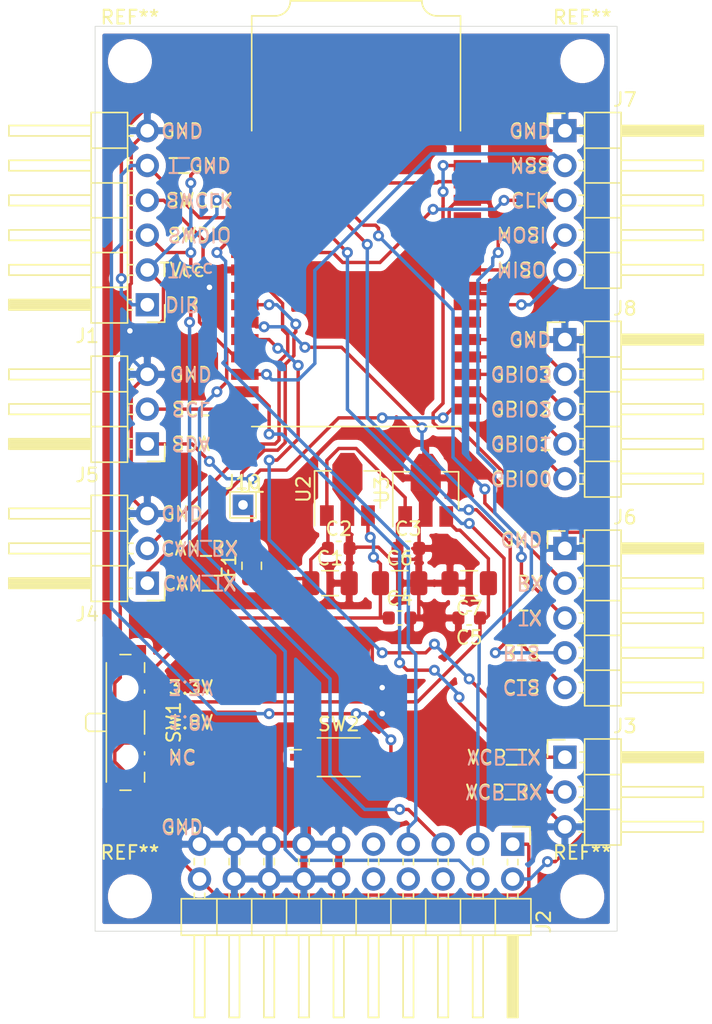
<source format=kicad_pcb>
(kicad_pcb (version 20171130) (host pcbnew 5.1.5)
  (layers (0 F.Cu signal) (31 B.Cu signal) (34 B.Paste user) (35 F.Paste user) (36 B.SilkS user) (37 F.SilkS user) (38 B.Mask user) (39 F.Mask user) (44 Edge.Cuts user))
  (net 0 "")
  (net 1 GND)
  (net 2 "Net-(C1-Pad1)")
  (net 3 +3V3)
  (net 4 +1V8)
  (net 5 "Net-(F1-Pad2)")
  (net 6 /T_GND)
  (net 7 /SWCLK)
  (net 8 /SWDIO)
  (net 9 /T_Vcc)
  (net 10 "Net-(J2-Pad10)")
  (net 11 "Net-(J2-Pad9)")
  (net 12 "Net-(J2-Pad8)")
  (net 13 /T_JTDO)
  (net 14 "Net-(J2-Pad6)")
  (net 15 /T_JTDI)
  (net 16 /T_NRST)
  (net 17 "Net-(SW1-Pad4)")
  (net 18 "Net-(U1-Pad22)")
  (net 19 /T_SW_DIR)
  (net 20 /T_VCP_TX)
  (net 21 /CAN_RX)
  (net 22 /CAN_TX)
  (net 23 /SCL)
  (net 24 /SDA)
  (net 25 /UART_CTS)
  (net 26 /UART_RTS)
  (net 27 /UART_TX)
  (net 28 /UART_RX)
  (net 29 /SPI_MISO)
  (net 30 /SPI_MOSI)
  (net 31 /SPI_CLK)
  (net 32 /SPI_NSS)
  (net 33 /GPIO0)
  (net 34 /GPIO1)
  (net 35 /GPIO2)
  (net 36 /GPIO3)
  (net 37 "Net-(SW2-Pad1)")
  (net 38 /T_VCP_RX)
  (module Capacitor_SMD:C_1206_3216Metric (layer F.Cu) (at 142.875 139.7)
    (fp_text reference C1 (at 0 -1.82) (layer F.SilkS))
    (fp_text value 1uF)
    (pad 2 smd roundrect (at 1.4 0) (size 1.25 1.75) (layers F.Cu F.Paste F.Mask) (roundrect_rratio 0.2) (net 1 GND))
    (pad 1 smd roundrect (at -1.4 0) (size 1.25 1.75) (layers F.Cu F.Paste F.Mask) (roundrect_rratio 0.2) (net 2 "Net-(C1-Pad1)"))
  )
  (module Capacitor_SMD:C_1206_3216Metric (layer F.Cu) (at 153.035 139.7 180)
    (fp_text reference C7 (at 0 -1.82) (layer F.SilkS))
    (fp_text value 1uF)
    (pad 2 smd roundrect (at 1.4 0 180) (size 1.25 1.75) (layers F.Cu F.Paste F.Mask) (roundrect_rratio 0.2) (net 1 GND))
    (pad 1 smd roundrect (at -1.4 0 180) (size 1.25 1.75) (layers F.Cu F.Paste F.Mask) (roundrect_rratio 0.2) (net 4 +1V8))
  )
  (module Capacitor_SMD:C_1206_3216Metric (layer F.Cu) (at 147.955 139.7)
    (fp_text reference C6 (at 0 -1.82) (layer F.SilkS))
    (fp_text value 1uF)
    (pad 2 smd roundrect (at 1.4 0) (size 1.25 1.75) (layers F.Cu F.Paste F.Mask) (roundrect_rratio 0.2) (net 1 GND))
    (pad 1 smd roundrect (at -1.4 0) (size 1.25 1.75) (layers F.Cu F.Paste F.Mask) (roundrect_rratio 0.2) (net 3 +3V3))
  )
  (module Capacitor_SMD:C_0603_1608Metric (layer F.Cu) (at 147.955 142.24)
    (fp_text reference C4 (at 0 -1.43) (layer F.SilkS))
    (fp_text value 0.1uF)
    (pad 2 smd roundrect (at 0.7875 0) (size 0.875 0.95) (layers F.Cu F.Paste F.Mask) (net 1 GND))
    (pad 1 smd roundrect (at -0.7875 0) (size 0.875 0.95) (layers F.Cu F.Paste F.Mask) (net 3 +3V3))
  )
  (module Capacitor_SMD:C_0603_1608Metric (layer F.Cu) (at 153.035 142.24 180)
    (fp_text reference C5 (at 0 -1.43) (layer F.SilkS))
    (fp_text value 0.1uF)
    (pad 2 smd roundrect (at 0.7875 0 180) (size 0.875 0.95) (layers F.Cu F.Paste F.Mask) (net 1 GND))
    (pad 1 smd roundrect (at -0.7875 0 180) (size 0.875 0.95) (layers F.Cu F.Paste F.Mask) (net 4 +1V8))
  )
  (module Capacitor_SMD:C_0603_1608Metric (layer F.Cu) (at 148.59 137.16)
    (fp_text reference C3 (at 0 -1.43) (layer F.SilkS))
    (fp_text value 0.1uF)
    (pad 2 smd roundrect (at 0.7875 0) (size 0.875 0.95) (layers F.Cu F.Paste F.Mask) (net 1 GND))
    (pad 1 smd roundrect (at -0.7875 0) (size 0.875 0.95) (layers F.Cu F.Paste F.Mask) (net 2 "Net-(C1-Pad1)"))
  )
  (module Capacitor_SMD:C_0603_1608Metric (layer F.Cu) (at 143.51 137.16)
    (fp_text reference C2 (at 0 -1.43) (layer F.SilkS))
    (fp_text value 0.1uF)
    (pad 2 smd roundrect (at 0.7875 0) (size 0.875 0.95) (layers F.Cu F.Paste F.Mask) (net 1 GND))
    (pad 1 smd roundrect (at -0.7875 0) (size 0.875 0.95) (layers F.Cu F.Paste F.Mask) (net 2 "Net-(C1-Pad1)"))
  )
  (module Button_Switch_SMD:SW_DIP_SPSTx01_Slide_Copal_CVS-01xB_W5.9mm_P1mm (layer F.Cu) (at 143.51 152.4)
    (fp_text reference SW2 (at 0 -2.41) (layer F.SilkS))
    (fp_text value SW_SPDT)
    (pad 3 smd rect (at 2.15 1) (size 0.7 0.7) (layers F.Cu F.Paste F.Mask) (net 1 GND))
    (pad 3 smd rect (at -2.15 1) (size 0.7 0.7) (layers F.Cu F.Paste F.Mask) (net 1 GND))
    (pad 3 smd rect (at 2.15 -1) (size 0.7 0.7) (layers F.Cu F.Paste F.Mask) (net 1 GND))
    (pad 3 smd rect (at -2.15 -1) (size 0.7 0.7) (layers F.Cu F.Paste F.Mask) (net 1 GND))
    (pad 2 smd rect (at 2.95 0) (size 1.2 0.5) (layers F.Cu F.Paste F.Mask) (net 6 /T_GND))
    (pad 1 smd rect (at -2.95 0) (size 1.2 0.5) (layers F.Cu F.Paste F.Mask) (net 37 "Net-(SW2-Pad1)"))
  )
  (module Connector_PinHeader_2.54mm:PinHeader_1x03_P2.54mm_Horizontal (layer F.Cu) (at 129.54 129.54 180)
    (fp_text reference J5 (at 4.385 -2.27) (layer F.SilkS))
    (fp_text value Bridge_I2C)
    (pad 3 thru_hole oval (at 0 5.08 180) (size 1.7 1.7) (drill 1) (layers *.Cu *.Mask) (net 1 GND))
    (pad 2 thru_hole oval (at 0 2.54 180) (size 1.7 1.7) (drill 1) (layers *.Cu *.Mask) (net 23 /SCL))
    (pad 1 thru_hole rect (at 0 0 180) (size 1.7 1.7) (drill 1) (layers *.Cu *.Mask) (net 24 /SDA))
  )
  (module Connector_PinHeader_2.54mm:PinHeader_1x06_P2.54mm_Horizontal (layer F.Cu) (at 129.54 119.38 180)
    (fp_text reference J1 (at 4.385 -2.27) (layer F.SilkS))
    (fp_text value SW)
    (pad 6 thru_hole oval (at 0 12.7 180) (size 1.7 1.7) (drill 1) (layers *.Cu *.Mask) (net 1 GND))
    (pad 5 thru_hole oval (at 0 10.16 180) (size 1.7 1.7) (drill 1) (layers *.Cu *.Mask) (net 6 /T_GND))
    (pad 4 thru_hole oval (at 0 7.62 180) (size 1.7 1.7) (drill 1) (layers *.Cu *.Mask) (net 7 /SWCLK))
    (pad 3 thru_hole oval (at 0 5.08 180) (size 1.7 1.7) (drill 1) (layers *.Cu *.Mask) (net 8 /SWDIO))
    (pad 2 thru_hole oval (at 0 2.54 180) (size 1.7 1.7) (drill 1) (layers *.Cu *.Mask) (net 9 /T_Vcc))
    (pad 1 thru_hole rect (at 0 0 180) (size 1.7 1.7) (drill 1) (layers *.Cu *.Mask) (net 19 /T_SW_DIR))
  )
  (module Connector_PinHeader_2.54mm:PinHeader_1x05_P2.54mm_Horizontal (layer F.Cu) (at 160.02 121.92)
    (fp_text reference J8 (at 4.385 -2.27) (layer F.SilkS))
    (fp_text value GPIO)
    (pad 5 thru_hole oval (at 0 10.16) (size 1.7 1.7) (drill 1) (layers *.Cu *.Mask) (net 33 /GPIO0))
    (pad 4 thru_hole oval (at 0 7.62) (size 1.7 1.7) (drill 1) (layers *.Cu *.Mask) (net 34 /GPIO1))
    (pad 3 thru_hole oval (at 0 5.08) (size 1.7 1.7) (drill 1) (layers *.Cu *.Mask) (net 35 /GPIO2))
    (pad 2 thru_hole oval (at 0 2.54) (size 1.7 1.7) (drill 1) (layers *.Cu *.Mask) (net 36 /GPIO3))
    (pad 1 thru_hole rect (at 0 0) (size 1.7 1.7) (drill 1) (layers *.Cu *.Mask) (net 1 GND))
  )
  (module Connector_PinHeader_2.54mm:PinHeader_1x05_P2.54mm_Horizontal (layer F.Cu) (at 160.02 106.68)
    (fp_text reference J7 (at 4.385 -2.27) (layer F.SilkS))
    (fp_text value SPI)
    (pad 5 thru_hole oval (at 0 10.16) (size 1.7 1.7) (drill 1) (layers *.Cu *.Mask) (net 29 /SPI_MISO))
    (pad 4 thru_hole oval (at 0 7.62) (size 1.7 1.7) (drill 1) (layers *.Cu *.Mask) (net 30 /SPI_MOSI))
    (pad 3 thru_hole oval (at 0 5.08) (size 1.7 1.7) (drill 1) (layers *.Cu *.Mask) (net 31 /SPI_CLK))
    (pad 2 thru_hole oval (at 0 2.54) (size 1.7 1.7) (drill 1) (layers *.Cu *.Mask) (net 32 /SPI_NSS))
    (pad 1 thru_hole rect (at 0 0) (size 1.7 1.7) (drill 1) (layers *.Cu *.Mask) (net 1 GND))
  )
  (module Connector_PinHeader_2.54mm:PinHeader_1x05_P2.54mm_Horizontal (layer F.Cu) (at 160.02 137.16)
    (fp_text reference J6 (at 4.385 -2.27) (layer F.SilkS))
    (fp_text value Bridge_UART)
    (pad 5 thru_hole oval (at 0 10.16) (size 1.7 1.7) (drill 1) (layers *.Cu *.Mask) (net 25 /UART_CTS))
    (pad 4 thru_hole oval (at 0 7.62) (size 1.7 1.7) (drill 1) (layers *.Cu *.Mask) (net 26 /UART_RTS))
    (pad 3 thru_hole oval (at 0 5.08) (size 1.7 1.7) (drill 1) (layers *.Cu *.Mask) (net 27 /UART_TX))
    (pad 2 thru_hole oval (at 0 2.54) (size 1.7 1.7) (drill 1) (layers *.Cu *.Mask) (net 28 /UART_RX))
    (pad 1 thru_hole rect (at 0 0) (size 1.7 1.7) (drill 1) (layers *.Cu *.Mask) (net 1 GND))
  )
  (module Connector_PinHeader_2.54mm:PinHeader_1x03_P2.54mm_Horizontal (layer F.Cu) (at 129.54 139.7 180)
    (fp_text reference J4 (at 4.385 -2.27) (layer F.SilkS))
    (fp_text value Bridge_CAN)
    (pad 3 thru_hole oval (at 0 5.08 180) (size 1.7 1.7) (drill 1) (layers *.Cu *.Mask) (net 1 GND))
    (pad 2 thru_hole oval (at 0 2.54 180) (size 1.7 1.7) (drill 1) (layers *.Cu *.Mask) (net 21 /CAN_RX))
    (pad 1 thru_hole rect (at 0 0 180) (size 1.7 1.7) (drill 1) (layers *.Cu *.Mask) (net 22 /CAN_TX))
  )
  (module Connector_PinHeader_2.54mm:PinHeader_1x03_P2.54mm_Horizontal (layer F.Cu) (at 160.02 152.4)
    (fp_text reference J3 (at 4.385 -2.27) (layer F.SilkS))
    (fp_text value VCP)
    (pad 3 thru_hole oval (at 0 5.08) (size 1.7 1.7) (drill 1) (layers *.Cu *.Mask) (net 1 GND))
    (pad 2 thru_hole oval (at 0 2.54) (size 1.7 1.7) (drill 1) (layers *.Cu *.Mask) (net 38 /T_VCP_RX))
    (pad 1 thru_hole rect (at 0 0) (size 1.7 1.7) (drill 1) (layers *.Cu *.Mask) (net 20 /T_VCP_TX))
  )
  (module MountingHole:MountingHole_2.2mm_M2 (layer F.Cu) (at 161.29 162.56)
    (fp_text reference REF** (at 0 -3.2) (layer F.SilkS))
    (fp_text value MountingHole_2.2mm_M2)
    (pad 1 np_thru_hole circle (at 0 0) (size 2.2 2.2) (drill 2.2) (layers *.Cu *.Mask))
  )
  (module MountingHole:MountingHole_2.2mm_M2 (layer F.Cu) (at 128.27 101.6)
    (fp_text reference REF** (at 0 -3.2) (layer F.SilkS))
    (fp_text value MountingHole_2.2mm_M2)
    (pad 1 np_thru_hole circle (at 0 0) (size 2.2 2.2) (drill 2.2) (layers *.Cu *.Mask))
  )
  (module MountingHole:MountingHole_2.2mm_M2 (layer F.Cu) (at 128.27 162.56)
    (fp_text reference REF** (at 0 -3.2) (layer F.SilkS))
    (fp_text value MountingHole_2.2mm_M2)
    (pad 1 np_thru_hole circle (at 0 0) (size 2.2 2.2) (drill 2.2) (layers *.Cu *.Mask))
  )
  (module MountingHole:MountingHole_2.2mm_M2 (layer F.Cu) (at 161.29 101.6)
    (fp_text reference REF** (at 0 -3.2) (layer F.SilkS))
    (fp_text value MountingHole_2.2mm_M2)
    (pad 1 np_thru_hole circle (at 0 0) (size 2.2 2.2) (drill 2.2) (layers *.Cu *.Mask))
  )
  (module Package_TO_SOT_SMD:SOT-89-3 (layer F.Cu) (at 149.86 133.35 90)
    (fp_text reference U3 (at 0.45 -3.2 90) (layer F.SilkS))
    (fp_text value Regul1.8V)
    (pad 2 smd trapezoid (at -0.0762 0 180) (size 1.5 1) (rect_delta 0 0.7) (layers F.Cu F.Paste F.Mask) (net 1 GND))
    (pad 2 smd rect (at 1.3335 0) (size 2.2 1.84) (layers F.Cu F.Paste F.Mask) (net 1 GND))
    (pad 3 smd rect (at -1.48 1.5) (size 1 1.5) (layers F.Cu F.Paste F.Mask) (net 4 +1V8))
    (pad 2 smd rect (at -1.3335 0) (size 1 1.8) (layers F.Cu F.Paste F.Mask) (net 1 GND))
    (pad 1 smd rect (at -1.48 -1.5) (size 1 1.5) (layers F.Cu F.Paste F.Mask) (net 2 "Net-(C1-Pad1)"))
    (pad 2 smd trapezoid (at 2.667 0) (size 1.6 0.85) (rect_delta 0 0.6) (layers F.Cu F.Paste F.Mask) (net 1 GND))
  )
  (module Package_TO_SOT_SMD:SOT-89-3 (layer F.Cu) (at 144.145 133.2865 90)
    (fp_text reference U2 (at 0.45 -3.2 90) (layer F.SilkS))
    (fp_text value Regul3.3V)
    (pad 2 smd trapezoid (at -0.0762 0 180) (size 1.5 1) (rect_delta 0 0.7) (layers F.Cu F.Paste F.Mask) (net 1 GND))
    (pad 2 smd rect (at 1.3335 0) (size 2.2 1.84) (layers F.Cu F.Paste F.Mask) (net 1 GND))
    (pad 3 smd rect (at -1.48 1.5) (size 1 1.5) (layers F.Cu F.Paste F.Mask) (net 3 +3V3))
    (pad 2 smd rect (at -1.3335 0) (size 1 1.8) (layers F.Cu F.Paste F.Mask) (net 1 GND))
    (pad 1 smd rect (at -1.48 -1.5) (size 1 1.5) (layers F.Cu F.Paste F.Mask) (net 2 "Net-(C1-Pad1)"))
    (pad 2 smd trapezoid (at 2.667 0) (size 1.6 0.85) (rect_delta 0 0.6) (layers F.Cu F.Paste F.Mask) (net 1 GND))
  )
  (module STLink-V3-hack:STLINK-V3MINI (layer F.Cu) (at 137.16 128.27)
    (fp_text reference U1 (at 0 4.31) (layer F.SilkS))
    (fp_text value STLINK-V3MINI)
    (pad 30 smd rect (at 15.24 -17.78) (size 2 0.8) (drill (offset 0.5 0)) (layers F.Cu F.Paste F.Mask) (net 9 /T_Vcc))
    (pad 29 smd rect (at 15.24 -16.51) (size 2 0.8) (drill (offset 0.5 0)) (layers F.Cu F.Paste F.Mask) (net 1 GND))
    (pad 28 smd rect (at 15.24 -15.24) (size 2 0.8) (drill (offset 0.5 0)) (layers F.Cu F.Paste F.Mask) (net 15 /T_JTDI))
    (pad 27 smd rect (at 15.24 -13.97) (size 2 0.8) (drill (offset 0.5 0)) (layers F.Cu F.Paste F.Mask) (net 1 GND))
    (pad 26 smd rect (at 15.24 -12.7) (size 2 0.8) (drill (offset 0.5 0)) (layers F.Cu F.Paste F.Mask) (net 1 GND))
    (pad 25 smd rect (at 15.24 -11.43) (size 2 0.8) (drill (offset 0.5 0)) (layers F.Cu F.Paste F.Mask) (net 30 /SPI_MOSI))
    (pad 24 smd rect (at 15.24 -10.16) (size 2 0.8) (drill (offset 0.5 0)) (layers F.Cu F.Paste F.Mask) (net 1 GND))
    (pad 23 smd rect (at 15.24 -8.89) (size 2 0.8) (drill (offset 0.5 0)) (layers F.Cu F.Paste F.Mask) (net 29 /SPI_MISO))
    (pad 22 smd rect (at 15.24 -7.62) (size 2 0.8) (drill (offset 0.5 0)) (layers F.Cu F.Paste F.Mask) (net 18 "Net-(U1-Pad22)"))
    (pad 21 smd rect (at 15.24 -6.35) (size 2 0.8) (drill (offset 0.5 0)) (layers F.Cu F.Paste F.Mask) (net 36 /GPIO3))
    (pad 20 smd rect (at 15.24 -5.08) (size 2 0.8) (drill (offset 0.5 0)) (layers F.Cu F.Paste F.Mask) (net 35 /GPIO2))
    (pad 19 smd rect (at 15.24 -3.81) (size 2 0.8) (drill (offset 0.5 0)) (layers F.Cu F.Paste F.Mask) (net 34 /GPIO1))
    (pad 18 smd rect (at 15.24 -2.54) (size 2 0.8) (drill (offset 0.5 0)) (layers F.Cu F.Paste F.Mask) (net 33 /GPIO0))
    (pad 17 smd rect (at 15.24 -1.27) (size 2 0.8) (drill (offset 0.5 0)) (layers F.Cu F.Paste F.Mask) (net 24 /SDA))
    (pad 31 smd rect (at 15.24 -19.05) (size 2 0.8) (drill (offset 0.5 0)) (layers F.Cu F.Paste F.Mask) (net 16 /T_NRST))
    (pad 16 smd rect (at 0 -1.27) (size 2 0.8) (drill (offset -0.5 0)) (layers F.Cu F.Paste F.Mask) (net 23 /SCL))
    (pad 15 smd rect (at 0 -2.54) (size 2 0.8) (drill (offset -0.5 0)) (layers F.Cu F.Paste F.Mask) (net 38 /T_VCP_RX))
    (pad 14 smd rect (at 0 -3.81) (size 2 0.8) (drill (offset -0.5 0)) (layers F.Cu F.Paste F.Mask) (net 32 /SPI_NSS))
    (pad 13 smd rect (at 0 -5.08) (size 2 0.8) (drill (offset -0.5 0)) (layers F.Cu F.Paste F.Mask) (net 7 /SWCLK))
    (pad 12 smd rect (at 0 -6.35) (size 2 0.8) (drill (offset -0.5 0)) (layers F.Cu F.Paste F.Mask) (net 20 /T_VCP_TX))
    (pad 11 smd rect (at 0 -7.62) (size 2 0.8) (drill (offset -0.5 0)) (layers F.Cu F.Paste F.Mask) (net 27 /UART_TX))
    (pad 10 smd rect (at 0 -8.89) (size 2 0.8) (drill (offset -0.5 0)) (layers F.Cu F.Paste F.Mask) (net 22 /CAN_TX))
    (pad 9 smd rect (at 0 -10.16) (size 2 0.8) (drill (offset -0.5 0)) (layers F.Cu F.Paste F.Mask) (net 21 /CAN_RX))
    (pad 8 smd rect (at 0 -11.43) (size 2 0.8) (drill (offset -0.5 0)) (layers F.Cu F.Paste F.Mask) (net 1 GND))
    (pad 7 smd rect (at 0 -12.7) (size 2 0.8) (drill (offset -0.5 0)) (layers F.Cu F.Paste F.Mask) (net 31 /SPI_CLK))
    (pad 6 smd rect (at 0 -13.97) (size 2 0.8) (drill (offset -0.5 0)) (layers F.Cu F.Paste F.Mask) (net 13 /T_JTDO))
    (pad 5 smd rect (at 0 -15.24) (size 2 0.8) (drill (offset -0.5 0)) (layers F.Cu F.Paste F.Mask) (net 6 /T_GND))
    (pad 4 smd rect (at 0 -16.51) (size 2 0.8) (drill (offset -0.5 0)) (layers F.Cu F.Paste F.Mask) (net 8 /SWDIO))
    (pad 3 smd rect (at 0 -17.78) (size 2 0.8) (drill (offset -0.5 0)) (layers F.Cu F.Paste F.Mask) (net 26 /UART_RTS))
    (pad 2 smd rect (at 0 -19.05) (size 2 0.8) (drill (offset -0.5 0)) (layers F.Cu F.Paste F.Mask) (net 25 /UART_CTS))
    (pad 32 smd rect (at 15.24 -20.32) (size 2 0.8) (drill (offset 0.5 0)) (layers F.Cu F.Paste F.Mask) (net 19 /T_SW_DIR))
    (pad 1 smd rect (at 0 -20.32) (size 2 0.8) (drill (offset -0.5 0)) (layers F.Cu F.Paste F.Mask) (net 28 /UART_RX))
  )
  (module Button_Switch_SMD:SW_SP3T_PCM13 (layer F.Cu) (at 128.27 149.86 270)
    (fp_text reference SW1 (at 0 -3.2 90) (layer F.SilkS))
    (fp_text value POWER_SELECT)
    (pad "" smd rect (at -5.15 -0.78 270) (size 1 0.8) (layers F.Cu F.Paste F.Mask))
    (pad "" smd rect (at 5.15 -0.78 270) (size 1 0.8) (layers F.Cu F.Paste F.Mask))
    (pad "" smd rect (at 5.15 1.43 270) (size 1 0.8) (layers F.Cu F.Paste F.Mask))
    (pad "" smd rect (at -5.15 1.43 270) (size 1 0.8) (layers F.Cu F.Paste F.Mask))
    (pad 4 smd rect (at 3 -1.43 270) (size 0.7 1.5) (layers F.Cu F.Paste F.Mask) (net 17 "Net-(SW1-Pad4)"))
    (pad 3 smd rect (at 1.5 -1.43 270) (size 0.7 1.5) (layers F.Cu F.Paste F.Mask) (net 9 /T_Vcc))
    (pad 2 smd rect (at -1.5 -1.43 270) (size 0.7 1.5) (layers F.Cu F.Paste F.Mask) (net 4 +1V8))
    (pad 1 smd rect (at -3 -1.43 270) (size 0.7 1.5) (layers F.Cu F.Paste F.Mask) (net 3 +3V3))
    (pad "" np_thru_hole circle (at 2.5 0.33 270) (size 0.9 0.9) (drill 0.9) (layers *.Cu *.Mask))
    (pad "" np_thru_hole circle (at -2.5 0.33 270) (size 0.9 0.9) (drill 0.9) (layers *.Cu *.Mask))
  )
  (module TestPoint:TestPoint_THTPad_1.5x1.5mm_Drill0.7mm (layer F.Cu) (at 136.525 133.985)
    (fp_text reference J10 (at 0 -1.648) (layer F.SilkS))
    (fp_text value VUSB_Jumpered)
    (pad 1 thru_hole rect (at 0 0) (size 1.5 1.5) (drill 0.7) (layers *.Cu *.Mask) (net 5 "Net-(F1-Pad2)"))
  )
  (module Connector_PinHeader_2.54mm:PinHeader_2x10_P2.54mm_Horizontal (layer F.Cu) (at 156.21 158.75 270)
    (fp_text reference J2 (at 5.655 -2.27 90) (layer F.SilkS))
    (fp_text value JTAG)
    (pad 20 thru_hole oval (at 2.54 22.86 270) (size 1.7 1.7) (drill 1) (layers *.Cu *.Mask) (net 9 /T_Vcc))
    (pad 19 thru_hole oval (at 0 22.86 270) (size 1.7 1.7) (drill 1) (layers *.Cu *.Mask) (net 1 GND))
    (pad 18 thru_hole oval (at 2.54 20.32 270) (size 1.7 1.7) (drill 1) (layers *.Cu *.Mask) (net 1 GND))
    (pad 17 thru_hole oval (at 0 20.32 270) (size 1.7 1.7) (drill 1) (layers *.Cu *.Mask) (net 1 GND))
    (pad 16 thru_hole oval (at 2.54 17.78 270) (size 1.7 1.7) (drill 1) (layers *.Cu *.Mask) (net 1 GND))
    (pad 15 thru_hole oval (at 0 17.78 270) (size 1.7 1.7) (drill 1) (layers *.Cu *.Mask) (net 1 GND))
    (pad 14 thru_hole oval (at 2.54 15.24 270) (size 1.7 1.7) (drill 1) (layers *.Cu *.Mask) (net 1 GND))
    (pad 13 thru_hole oval (at 0 15.24 270) (size 1.7 1.7) (drill 1) (layers *.Cu *.Mask) (net 1 GND))
    (pad 12 thru_hole oval (at 2.54 12.7 270) (size 1.7 1.7) (drill 1) (layers *.Cu *.Mask) (net 1 GND))
    (pad 11 thru_hole oval (at 0 12.7 270) (size 1.7 1.7) (drill 1) (layers *.Cu *.Mask) (net 1 GND))
    (pad 10 thru_hole oval (at 2.54 10.16 270) (size 1.7 1.7) (drill 1) (layers *.Cu *.Mask) (net 10 "Net-(J2-Pad10)"))
    (pad 9 thru_hole oval (at 0 10.16 270) (size 1.7 1.7) (drill 1) (layers *.Cu *.Mask) (net 11 "Net-(J2-Pad9)"))
    (pad 8 thru_hole oval (at 2.54 7.62 270) (size 1.7 1.7) (drill 1) (layers *.Cu *.Mask) (net 12 "Net-(J2-Pad8)"))
    (pad 7 thru_hole oval (at 0 7.62 270) (size 1.7 1.7) (drill 1) (layers *.Cu *.Mask) (net 13 /T_JTDO))
    (pad 6 thru_hole oval (at 2.54 5.08 270) (size 1.7 1.7) (drill 1) (layers *.Cu *.Mask) (net 14 "Net-(J2-Pad6)"))
    (pad 5 thru_hole oval (at 0 5.08 270) (size 1.7 1.7) (drill 1) (layers *.Cu *.Mask) (net 7 /SWCLK))
    (pad 4 thru_hole oval (at 2.54 2.54 270) (size 1.7 1.7) (drill 1) (layers *.Cu *.Mask) (net 8 /SWDIO))
    (pad 3 thru_hole oval (at 0 2.54 270) (size 1.7 1.7) (drill 1) (layers *.Cu *.Mask) (net 15 /T_JTDI))
    (pad 2 thru_hole oval (at 2.54 0 270) (size 1.7 1.7) (drill 1) (layers *.Cu *.Mask) (net 16 /T_NRST))
    (pad 1 thru_hole rect (at 0 0 270) (size 1.7 1.7) (drill 1) (layers *.Cu *.Mask) (net 9 /T_Vcc))
  )
  (module Fuse:Fuse_0805_2012Metric (layer F.Cu) (at 137.16 138.43 90)
    (fp_text reference F1 (at 0 -1.65 90) (layer F.SilkS))
    (fp_text value Polyfuse)
    (pad 2 smd roundrect (at 0.9375 0 90) (size 0.975 1.4) (layers F.Cu F.Paste F.Mask) (net 5 "Net-(F1-Pad2)"))
    (pad 1 smd roundrect (at -0.9375 0 90) (size 0.975 1.4) (layers F.Cu F.Paste F.Mask) (net 2 "Net-(C1-Pad1)"))
  )
  (gr_text GPIO0 (at 156.845 132.08) (layer F.SilkS) (effects (font (size 1 1))))
  (gr_text GND (at 132.08 134.62) (layer F.SilkS) (effects (font (size 1 1))))
  (gr_text MISO (at 156.845 116.84) (layer F.SilkS) (effects (font (size 1 1))))
  (gr_text TX (at 157.48 142.24) (layer F.SilkS) (effects (font (size 1 1))))
  (gr_text SWDIO (at 133.35 114.3) (layer F.SilkS) (effects (font (size 1 1))))
  (gr_text GND (at 157.48 121.92) (layer F.SilkS) (effects (font (size 1 1))))
  (gr_text GND (at 156.845 136.525) (layer F.SilkS) (effects (font (size 1 1))))
  (gr_text 1.8V (at 132.715 149.86) (layer F.SilkS) (effects (font (size 1 1))))
  (gr_text GND (at 157.48 106.68) (layer F.SilkS) (effects (font (size 1 1))))
  (gr_text GND (at 132.715 124.46) (layer F.SilkS) (effects (font (size 1 1))))
  (gr_text GPIO1 (at 156.845 129.54) (layer F.SilkS) (effects (font (size 1 1))))
  (gr_text SWCLK (at 133.35 111.76) (layer F.SilkS) (effects (font (size 1 1))))
  (gr_text T_GND (at 133.35 109.22) (layer F.SilkS) (effects (font (size 1 1))))
  (gr_text RX (at 157.48 139.7) (layer F.SilkS) (effects (font (size 1 1))))
  (gr_text GND (at 132.08 157.48) (layer F.SilkS) (effects (font (size 1 1))))
  (gr_text 3.3V (at 132.715 147.32) (layer F.SilkS) (effects (font (size 1 1))))
  (gr_text RTS (at 156.845 144.78) (layer F.SilkS) (effects (font (size 1 1))))
  (gr_text SCL (at 132.715 127) (layer F.SilkS) (effects (font (size 1 1))))
  (gr_text CLK (at 157.48 111.76) (layer F.SilkS) (effects (font (size 1 1))))
  (gr_text VCP_TX (at 155.575 152.4) (layer F.SilkS) (effects (font (size 1 1))))
  (gr_text DIR (at 132.08 119.38) (layer F.SilkS) (effects (font (size 1 1))))
  (gr_text NSS (at 157.48 109.22) (layer F.SilkS) (effects (font (size 1 1))))
  (gr_text GPIO3 (at 156.845 124.46) (layer F.SilkS) (effects (font (size 1 1))))
  (gr_text VCP_RX (at 155.575 154.94) (layer F.SilkS) (effects (font (size 1 1))))
  (gr_text GND (at 132.08 106.68) (layer F.SilkS) (effects (font (size 1 1))))
  (gr_text CTS (at 156.845 147.32) (layer F.SilkS) (effects (font (size 1 1))))
  (gr_text GPIO2 (at 156.845 127) (layer F.SilkS) (effects (font (size 1 1))))
  (gr_text CAN_TX (at 133.35 139.7) (layer F.SilkS) (effects (font (size 1 1))))
  (gr_text MOSI (at 156.845 114.3) (layer F.SilkS) (effects (font (size 1 1))))
  (gr_text NC (at 132.08 152.4) (layer F.SilkS) (effects (font (size 1 1))))
  (gr_text CAN_RX (at 133.35 137.16) (layer F.SilkS) (effects (font (size 1 1))))
  (gr_text SDA (at 132.715 129.54) (layer F.SilkS) (effects (font (size 1 1))))
  (gr_text TVcc (at 132.08 116.84) (layer F.SilkS) (effects (font (size 1 1))))
  (gr_text GND (at 157.48 106.68 180) (layer B.SilkS) (effects (font (size 1 1)) (justify mirror)))
  (gr_text NSS (at 157.48 109.22 180) (layer B.SilkS) (effects (font (size 1 1)) (justify mirror)))
  (gr_text CLK (at 157.48 111.76 180) (layer B.SilkS) (effects (font (size 1 1)) (justify mirror)))
  (gr_text MOSI (at 156.845 114.3 180) (layer B.SilkS) (effects (font (size 1 1)) (justify mirror)))
  (gr_text MISO (at 156.845 116.84 180) (layer B.SilkS) (effects (font (size 1 1)) (justify mirror)))
  (gr_text GND (at 157.48 121.92 180) (layer B.SilkS) (effects (font (size 1 1)) (justify mirror)))
  (gr_text GPIO3 (at 156.845 124.46 180) (layer B.SilkS) (effects (font (size 1 1)) (justify mirror)))
  (gr_text GPIO2 (at 156.845 127 180) (layer B.SilkS) (effects (font (size 1 1)) (justify mirror)))
  (gr_text GPIO1 (at 156.845 129.54 180) (layer B.SilkS) (effects (font (size 1 1)) (justify mirror)))
  (gr_text GPIO0 (at 156.845 132.08 180) (layer B.SilkS) (effects (font (size 1 1)) (justify mirror)))
  (gr_text GND (at 156.845 136.525 180) (layer B.SilkS) (effects (font (size 1 1)) (justify mirror)))
  (gr_text TX (at 157.48 142.24 180) (layer B.SilkS) (effects (font (size 1 1)) (justify mirror)))
  (gr_text RX (at 157.48 139.7 180) (layer B.SilkS) (effects (font (size 1 1)) (justify mirror)))
  (gr_text RTS (at 156.845 144.78 180) (layer B.SilkS) (effects (font (size 1 1)) (justify mirror)))
  (gr_text CTS (at 156.845 147.32 180) (layer B.SilkS) (effects (font (size 1 1)) (justify mirror)))
  (gr_text VCP_RX (at 155.575 154.94 180) (layer B.SilkS) (effects (font (size 1 1)) (justify mirror)))
  (gr_text VCP_TX (at 155.575 152.4 180) (layer B.SilkS) (effects (font (size 1 1)) (justify mirror)))
  (gr_text GND (at 132.08 157.48 180) (layer B.SilkS) (effects (font (size 1 1)) (justify mirror)))
  (gr_text NC (at 132.08 152.4 180) (layer B.SilkS) (effects (font (size 1 1)) (justify mirror)))
  (gr_text 1.8V (at 132.715 149.86 180) (layer B.SilkS) (effects (font (size 1 1)) (justify mirror)))
  (gr_text 3.3V (at 132.715 147.32 180) (layer B.SilkS) (effects (font (size 1 1)) (justify mirror)))
  (gr_text CAN_TX (at 133.35 139.7 180) (layer B.SilkS) (effects (font (size 1 1)) (justify mirror)))
  (gr_text CAN_RX (at 133.35 137.16 180) (layer B.SilkS) (effects (font (size 1 1)) (justify mirror)))
  (gr_text GND (at 132.08 134.62 180) (layer B.SilkS) (effects (font (size 1 1)) (justify mirror)))
  (gr_text SDA (at 132.715 129.54 180) (layer B.SilkS) (effects (font (size 1 1)) (justify mirror)))
  (gr_text SCL (at 132.715 127 180) (layer B.SilkS) (effects (font (size 1 1)) (justify mirror)))
  (gr_text GND (at 132.715 124.46 180) (layer B.SilkS) (effects (font (size 1 1)) (justify mirror)))
  (gr_text DIR (at 132.08 119.38 180) (layer B.SilkS) (effects (font (size 1 1)) (justify mirror)))
  (gr_text TVcc (at 132.715 116.84 180) (layer B.SilkS) (effects (font (size 1 1)) (justify mirror)))
  (gr_text SWDIO (at 133.35 114.3 180) (layer B.SilkS) (effects (font (size 1 1)) (justify mirror)))
  (gr_text SWCLK (at 133.35 111.76 180) (layer B.SilkS) (effects (font (size 1 1)) (justify mirror)))
  (gr_text T_GND (at 133.35 109.22 180) (layer B.SilkS) (effects (font (size 1 1)) (justify mirror)))
  (gr_text GND (at 132.08 106.68 180) (layer B.SilkS) (effects (font (size 1 1)) (justify mirror)))
  (gr_line (start 125.73 165.1) (end 163.83 165.1) (layer Edge.Cuts) (width 0.05))
  (gr_line (start 125.73 99.06) (end 125.73 165.1) (layer Edge.Cuts) (width 0.05))
  (gr_line (start 125.73 99.06) (end 163.83 99.06) (layer Edge.Cuts) (width 0.05))
  (gr_line (start 163.83 165.1) (end 163.83 99.06) (layer Edge.Cuts) (width 0.05))
  (segment (start 153.84 111.76) (end 152.4 111.76) (width 0.25) (layer F.Cu) (net 1))
  (segment (start 158.92 106.68) (end 153.84 111.76) (width 0.25) (layer F.Cu) (net 1))
  (segment (start 160.02 106.68) (end 158.92 106.68) (width 0.25) (layer F.Cu) (net 1))
  (segment (start 152.4 114.3) (end 152.4 115.57) (width 0.25) (layer F.Cu) (net 1))
  (segment (start 151.574999 117.500001) (end 151.574999 116.179999) (width 0.25) (layer F.Cu) (net 1))
  (segment (start 152.184998 118.11) (end 151.574999 117.500001) (width 0.25) (layer F.Cu) (net 1))
  (segment (start 152.184998 115.57) (end 152.4 115.57) (width 0.25) (layer F.Cu) (net 1))
  (segment (start 151.574999 116.179999) (end 152.184998 115.57) (width 0.25) (layer F.Cu) (net 1))
  (segment (start 152.4 118.11) (end 152.184998 118.11) (width 0.25) (layer F.Cu) (net 1))
  (segment (start 151.574999 112.369999) (end 152.184998 111.76) (width 0.25) (layer F.Cu) (net 1))
  (segment (start 151.574999 113.690001) (end 151.574999 112.369999) (width 0.25) (layer F.Cu) (net 1))
  (segment (start 152.184998 114.3) (end 151.574999 113.690001) (width 0.25) (layer F.Cu) (net 1))
  (segment (start 152.184998 111.76) (end 152.4 111.76) (width 0.25) (layer F.Cu) (net 1))
  (segment (start 152.4 114.3) (end 152.184998 114.3) (width 0.25) (layer F.Cu) (net 1))
  (segment (start 149.355 137.605) (end 148.91 137.16) (width 0.25) (layer F.Cu) (net 1))
  (segment (start 134.552081 158.75) (end 135.89 158.75) (width 0.25) (layer F.Cu) (net 1))
  (segment (start 133.35 158.75) (end 134.552081 158.75) (width 0.25) (layer F.Cu) (net 1))
  (segment (start 135.89 160.087919) (end 135.89 158.75) (width 0.25) (layer F.Cu) (net 1))
  (segment (start 135.89 161.29) (end 135.89 160.087919) (width 0.25) (layer F.Cu) (net 1))
  (segment (start 135.89 158.75) (end 138.43 158.75) (width 0.25) (layer F.Cu) (net 1))
  (segment (start 138.43 158.75) (end 138.43 161.29) (width 0.25) (layer F.Cu) (net 1))
  (segment (start 138.43 158.75) (end 140.97 158.75) (width 0.25) (layer F.Cu) (net 1))
  (segment (start 140.97 159.952081) (end 140.97 161.29) (width 0.25) (layer F.Cu) (net 1))
  (segment (start 140.97 158.75) (end 140.97 159.952081) (width 0.25) (layer F.Cu) (net 1))
  (segment (start 140.97 158.75) (end 143.51 158.75) (width 0.25) (layer F.Cu) (net 1))
  (segment (start 143.51 159.952081) (end 143.51 161.29) (width 0.25) (layer F.Cu) (net 1))
  (segment (start 143.51 158.75) (end 143.51 159.952081) (width 0.25) (layer F.Cu) (net 1))
  (segment (start 128.690001 133.770001) (end 129.54 134.62) (width 0.25) (layer F.Cu) (net 1))
  (segment (start 128.364999 133.444999) (end 128.690001 133.770001) (width 0.25) (layer F.Cu) (net 1))
  (segment (start 128.364999 125.635001) (end 128.364999 133.444999) (width 0.25) (layer F.Cu) (net 1))
  (segment (start 129.54 124.46) (end 128.364999 125.635001) (width 0.25) (layer F.Cu) (net 1))
  (segment (start 144.275 137.1825) (end 144.2975 137.16) (width 0.25) (layer F.Cu) (net 1))
  (segment (start 144.275 139.7) (end 144.275 137.1825) (width 0.25) (layer F.Cu) (net 1))
  (segment (start 144.145 137.0075) (end 144.2975 137.16) (width 0.25) (layer F.Cu) (net 1))
  (segment (start 144.145 134.62) (end 144.145 137.0075) (width 0.25) (layer F.Cu) (net 1))
  (segment (start 149.3775 139.6775) (end 149.355 139.7) (width 0.25) (layer F.Cu) (net 1))
  (segment (start 149.3775 137.16) (end 149.3775 139.6775) (width 0.25) (layer F.Cu) (net 1))
  (segment (start 151.635 139.7) (end 149.355 139.7) (width 0.25) (layer F.Cu) (net 1))
  (segment (start 151.81 142.24) (end 152.2475 142.24) (width 0.25) (layer F.Cu) (net 1))
  (segment (start 149.53 142.24) (end 151.81 142.24) (width 0.25) (layer F.Cu) (net 1))
  (segment (start 149.355 142.065) (end 149.53 142.24) (width 0.25) (layer F.Cu) (net 1))
  (segment (start 149.355 139.7) (end 149.355 142.065) (width 0.25) (layer F.Cu) (net 1))
  (segment (start 149.18 142.24) (end 149.355 142.065) (width 0.25) (layer F.Cu) (net 1))
  (segment (start 148.7425 142.24) (end 149.18 142.24) (width 0.25) (layer F.Cu) (net 1))
  (segment (start 141.36 158.36) (end 140.97 158.75) (width 0.25) (layer F.Cu) (net 1))
  (segment (start 141.36 153.4) (end 141.36 158.36) (width 0.25) (layer F.Cu) (net 1))
  (segment (start 141.485001 153.274999) (end 141.36 153.4) (width 0.25) (layer F.Cu) (net 1))
  (segment (start 141.485001 151.525001) (end 141.485001 153.274999) (width 0.25) (layer F.Cu) (net 1))
  (segment (start 141.36 151.4) (end 141.485001 151.525001) (width 0.25) (layer F.Cu) (net 1))
  (segment (start 141.36 151.4) (end 145.66 151.4) (width 0.25) (layer F.Cu) (net 1))
  (segment (start 145.534999 153.274999) (end 145.66 153.4) (width 0.25) (layer F.Cu) (net 1))
  (segment (start 145.534999 151.525001) (end 145.534999 153.274999) (width 0.25) (layer F.Cu) (net 1))
  (segment (start 145.66 151.4) (end 145.534999 151.525001) (width 0.25) (layer F.Cu) (net 1))
  (via (at 146.685 149.225) (size 0.8) (drill 0.4) (layers F.Cu B.Cu) (net 1))
  (segment (start 145.66 151.4) (end 145.66 150.25) (width 0.25) (layer F.Cu) (net 1))
  (segment (start 145.66 150.25) (end 146.685 149.225) (width 0.25) (layer F.Cu) (net 1))
  (via (at 146.685 147.32) (size 0.8) (drill 0.4) (layers F.Cu B.Cu) (net 1))
  (segment (start 146.685 149.225) (end 146.685 147.32) (width 0.25) (layer B.Cu) (net 1))
  (segment (start 157.760011 118.560011) (end 152.850011 118.560011) (width 0.25) (layer F.Cu) (net 1))
  (segment (start 152.850011 118.560011) (end 152.4 118.11) (width 0.25) (layer F.Cu) (net 1))
  (segment (start 160.02 121.92) (end 160.02 120.82) (width 0.25) (layer F.Cu) (net 1))
  (segment (start 160.02 120.82) (end 157.760011 118.560011) (width 0.25) (layer F.Cu) (net 1))
  (via (at 128.27 121.285) (size 0.8) (drill 0.4) (layers F.Cu B.Cu) (net 1))
  (segment (start 128.27 123.19) (end 129.54 124.46) (width 0.25) (layer B.Cu) (net 1))
  (segment (start 128.27 121.285) (end 128.27 123.19) (width 0.25) (layer B.Cu) (net 1))
  (segment (start 149.3775 137.16) (end 149.3775 135.166) (width 0.25) (layer F.Cu) (net 1))
  (segment (start 149.3775 135.166) (end 149.86 134.6835) (width 0.25) (layer F.Cu) (net 1))
  (segment (start 154.900088 132.481764) (end 154.434824 132.0165) (width 0.25) (layer F.Cu) (net 1))
  (segment (start 158.92 137.16) (end 154.900088 133.140088) (width 0.25) (layer F.Cu) (net 1))
  (segment (start 160.02 137.16) (end 158.92 137.16) (width 0.25) (layer F.Cu) (net 1))
  (segment (start 154.434824 132.0165) (end 151.21 132.0165) (width 0.25) (layer F.Cu) (net 1))
  (segment (start 154.900088 133.140088) (end 154.900088 132.481764) (width 0.25) (layer F.Cu) (net 1))
  (segment (start 151.21 132.0165) (end 149.86 132.0165) (width 0.25) (layer F.Cu) (net 1))
  (segment (start 145.959998 143.796998) (end 146.336998 143.419998) (width 0.25) (layer F.Cu) (net 1))
  (segment (start 148.037502 143.419998) (end 148.7425 142.715) (width 0.25) (layer F.Cu) (net 1))
  (segment (start 145.959998 146.594998) (end 145.959998 143.796998) (width 0.25) (layer F.Cu) (net 1))
  (segment (start 148.7425 142.715) (end 148.7425 142.24) (width 0.25) (layer F.Cu) (net 1))
  (segment (start 146.685 147.32) (end 145.959998 146.594998) (width 0.25) (layer F.Cu) (net 1))
  (segment (start 146.336998 143.419998) (end 148.037502 143.419998) (width 0.25) (layer F.Cu) (net 1))
  (segment (start 161.12 137.16) (end 160.02 137.16) (width 0.25) (layer B.Cu) (net 1))
  (segment (start 161.195001 137.084999) (end 161.12 137.16) (width 0.25) (layer B.Cu) (net 1))
  (segment (start 161.195001 121.995001) (end 161.195001 137.084999) (width 0.25) (layer B.Cu) (net 1))
  (segment (start 161.12 121.92) (end 161.195001 121.995001) (width 0.25) (layer B.Cu) (net 1))
  (segment (start 160.02 121.92) (end 161.12 121.92) (width 0.25) (layer B.Cu) (net 1))
  (segment (start 129.54 106.68) (end 128.364999 107.855001) (width 0.25) (layer F.Cu) (net 1))
  (segment (start 128.369418 117.823001) (end 128.27 117.922419) (width 0.25) (layer F.Cu) (net 1))
  (segment (start 128.369418 117.126999) (end 128.369418 117.823001) (width 0.25) (layer F.Cu) (net 1))
  (segment (start 128.27 117.922419) (end 128.27 120.719315) (width 0.25) (layer F.Cu) (net 1))
  (segment (start 128.364999 107.855001) (end 128.364999 117.12258) (width 0.25) (layer F.Cu) (net 1))
  (segment (start 128.364999 117.12258) (end 128.369418 117.126999) (width 0.25) (layer F.Cu) (net 1))
  (segment (start 128.27 120.719315) (end 128.27 121.285) (width 0.25) (layer F.Cu) (net 1))
  (segment (start 146.26 153.4) (end 145.66 153.4) (width 0.25) (layer F.Cu) (net 1))
  (segment (start 160.02 157.48) (end 155.94 153.4) (width 0.25) (layer F.Cu) (net 1))
  (segment (start 155.94 153.4) (end 146.26 153.4) (width 0.25) (layer F.Cu) (net 1))
  (segment (start 129.54 106.68) (end 160.02 106.68) (width 0.25) (layer B.Cu) (net 1))
  (segment (start 144.145 134.62) (end 144.145 131.953) (width 0.25) (layer F.Cu) (net 1))
  (segment (start 144.145 131.953) (end 144.145 133.3627) (width 0.25) (layer F.Cu) (net 1))
  (segment (start 149.86 134.6835) (end 149.86 132.0165) (width 0.25) (layer F.Cu) (net 1))
  (segment (start 149.86 132.0165) (end 149.86 130.683) (width 0.25) (layer F.Cu) (net 1))
  (segment (start 149.05249 137.96001) (end 149.3775 137.635) (width 0.25) (layer F.Cu) (net 1))
  (segment (start 144.735 137.16) (end 144.825002 137.069998) (width 0.25) (layer F.Cu) (net 1))
  (segment (start 147.288014 137.96001) (end 149.05249 137.96001) (width 0.25) (layer F.Cu) (net 1))
  (segment (start 146.398002 137.069998) (end 147.288014 137.96001) (width 0.25) (layer F.Cu) (net 1))
  (segment (start 144.2975 137.16) (end 144.735 137.16) (width 0.25) (layer F.Cu) (net 1))
  (segment (start 144.825002 137.069998) (end 146.398002 137.069998) (width 0.25) (layer F.Cu) (net 1))
  (segment (start 149.3775 137.635) (end 149.3775 137.16) (width 0.25) (layer F.Cu) (net 1))
  (segment (start 144.145 130.6195) (end 144.145 131.953) (width 0.25) (layer F.Cu) (net 1))
  (via (at 134.07501 118.11) (size 0.8) (drill 0.4) (layers F.Cu B.Cu) (net 1))
  (segment (start 133.675011 118.509999) (end 134.07501 118.11) (width 0.25) (layer B.Cu) (net 1))
  (segment (start 134.475009 117.710001) (end 134.07501 118.11) (width 0.25) (layer F.Cu) (net 1))
  (segment (start 137.16 116.84) (end 135.34501 116.84) (width 0.25) (layer F.Cu) (net 1))
  (segment (start 135.34501 116.84) (end 134.475009 117.710001) (width 0.25) (layer F.Cu) (net 1))
  (segment (start 129.54 124.46) (end 129.54 122.64501) (width 0.25) (layer B.Cu) (net 1))
  (segment (start 129.54 122.64501) (end 133.675011 118.509999) (width 0.25) (layer B.Cu) (net 1))
  (segment (start 141.1425 139.3675) (end 141.475 139.7) (width 0.25) (layer F.Cu) (net 2))
  (segment (start 137.16 139.3675) (end 141.1425 139.3675) (width 0.25) (layer F.Cu) (net 2))
  (segment (start 141.475 138.825) (end 141.475 139.7) (width 0.25) (layer F.Cu) (net 2))
  (segment (start 142.285 137.16) (end 141.475 137.97) (width 0.25) (layer F.Cu) (net 2))
  (segment (start 141.475 137.97) (end 141.475 138.825) (width 0.25) (layer F.Cu) (net 2))
  (segment (start 142.7225 137.16) (end 142.285 137.16) (width 0.25) (layer F.Cu) (net 2))
  (segment (start 142.7225 134.844) (end 142.645 134.7665) (width 0.25) (layer F.Cu) (net 2))
  (segment (start 142.7225 137.16) (end 142.7225 134.844) (width 0.25) (layer F.Cu) (net 2))
  (segment (start 147.8025 135.3875) (end 148.36 134.83) (width 0.25) (layer F.Cu) (net 2))
  (segment (start 147.8025 137.16) (end 147.8025 135.3875) (width 0.25) (layer F.Cu) (net 2))
  (segment (start 142.645 133.7665) (end 142.645 134.7665) (width 0.25) (layer F.Cu) (net 2))
  (segment (start 142.645 130.734864) (end 142.645 133.7665) (width 0.25) (layer F.Cu) (net 2))
  (segment (start 143.510374 129.86949) (end 142.645 130.734864) (width 0.25) (layer F.Cu) (net 2))
  (segment (start 144.779626 129.86949) (end 143.510374 129.86949) (width 0.25) (layer F.Cu) (net 2))
  (segment (start 148.36 133.449864) (end 144.779626 129.86949) (width 0.25) (layer F.Cu) (net 2))
  (segment (start 148.36 134.83) (end 148.36 133.449864) (width 0.25) (layer F.Cu) (net 2))
  (segment (start 146.73 142.24) (end 147.1675 142.24) (width 0.25) (layer F.Cu) (net 3))
  (segment (start 146.555 142.065) (end 146.73 142.24) (width 0.25) (layer F.Cu) (net 3))
  (segment (start 129.7 146.86) (end 129.7 146.26) (width 0.25) (layer F.Cu) (net 3))
  (segment (start 129.7 146.26) (end 133.72 142.24) (width 0.25) (layer F.Cu) (net 3))
  (segment (start 133.72 142.24) (end 146.73 142.24) (width 0.25) (layer F.Cu) (net 3))
  (segment (start 146.555 139.7) (end 146.555 142.065) (width 0.25) (layer F.Cu) (net 3))
  (segment (start 146.555 139.7) (end 146.555 138.3) (width 0.25) (layer F.Cu) (net 3))
  (segment (start 146.555 138.3) (end 146.05 137.795) (width 0.25) (layer F.Cu) (net 3))
  (via (at 146.05 137.795) (size 0.8) (drill 0.4) (layers F.Cu B.Cu) (net 3))
  (segment (start 145.645 134.7665) (end 145.645 136.180579) (width 0.25) (layer F.Cu) (net 3))
  (via (at 145.809409 136.344988) (size 0.8) (drill 0.4) (layers F.Cu B.Cu) (net 3))
  (segment (start 145.645 136.180579) (end 145.809409 136.344988) (width 0.25) (layer F.Cu) (net 3))
  (segment (start 146.05 136.585579) (end 145.809409 136.344988) (width 0.25) (layer B.Cu) (net 3))
  (segment (start 146.05 137.795) (end 146.05 136.585579) (width 0.25) (layer B.Cu) (net 3))
  (segment (start 154.435 140.575) (end 154.435 139.7) (width 0.25) (layer F.Cu) (net 4))
  (segment (start 154.435 142.065) (end 154.435 140.575) (width 0.25) (layer F.Cu) (net 4))
  (segment (start 154.26 142.24) (end 154.435 142.065) (width 0.25) (layer F.Cu) (net 4))
  (segment (start 153.8225 142.24) (end 154.26 142.24) (width 0.25) (layer F.Cu) (net 4))
  (segment (start 151.36 135.08) (end 151.36 134.83) (width 0.25) (layer F.Cu) (net 4))
  (segment (start 154.435 139.7) (end 154.435 137.905) (width 0.25) (layer F.Cu) (net 4))
  (segment (start 154.435 137.905) (end 152.36 135.83) (width 0.25) (layer F.Cu) (net 4))
  (segment (start 152.11 135.83) (end 151.36 135.08) (width 0.25) (layer F.Cu) (net 4))
  (segment (start 152.36 135.83) (end 152.11 135.83) (width 0.25) (layer F.Cu) (net 4))
  (segment (start 153.8225 142.715) (end 153.8225 142.24) (width 0.25) (layer F.Cu) (net 4))
  (segment (start 129.7 148.36) (end 149.258004 148.36) (width 0.25) (layer F.Cu) (net 4))
  (segment (start 153.8225 143.795504) (end 153.8225 142.715) (width 0.25) (layer F.Cu) (net 4))
  (segment (start 149.258004 148.36) (end 153.8225 143.795504) (width 0.25) (layer F.Cu) (net 4))
  (segment (start 137.16 134.62) (end 136.525 133.985) (width 0.25) (layer F.Cu) (net 5))
  (segment (start 137.16 137.4925) (end 137.16 134.62) (width 0.25) (layer F.Cu) (net 5))
  (segment (start 133.35 113.03) (end 129.54 109.22) (width 0.25) (layer F.Cu) (net 6))
  (segment (start 137.16 113.03) (end 133.35 113.03) (width 0.25) (layer F.Cu) (net 6))
  (segment (start 128.337919 109.22) (end 127.635 109.922919) (width 0.25) (layer B.Cu) (net 6))
  (segment (start 129.54 109.22) (end 128.337919 109.22) (width 0.25) (layer B.Cu) (net 6))
  (segment (start 127.635 109.922919) (end 127.635 114.935) (width 0.25) (layer B.Cu) (net 6))
  (segment (start 126.919407 115.650593) (end 126.919407 141.524407) (width 0.25) (layer B.Cu) (net 6))
  (segment (start 127.635 114.935) (end 126.919407 115.650593) (width 0.25) (layer B.Cu) (net 6))
  (via (at 138.43 149.225) (size 0.8) (drill 0.4) (layers F.Cu B.Cu) (net 6))
  (segment (start 126.919407 141.524407) (end 134.62 149.225) (width 0.25) (layer B.Cu) (net 6))
  (segment (start 134.62 149.225) (end 138.43 149.225) (width 0.25) (layer B.Cu) (net 6))
  (via (at 144.78 149.225) (size 0.8) (drill 0.4) (layers F.Cu B.Cu) (net 6))
  (segment (start 138.43 149.225) (end 144.78 149.225) (width 0.25) (layer F.Cu) (net 6))
  (via (at 147.32 151.13) (size 0.8) (drill 0.4) (layers F.Cu B.Cu) (net 6))
  (segment (start 144.78 149.225) (end 145.415 149.225) (width 0.25) (layer B.Cu) (net 6))
  (segment (start 145.415 149.225) (end 147.32 151.13) (width 0.25) (layer B.Cu) (net 6))
  (segment (start 147.31 152.4) (end 146.46 152.4) (width 0.25) (layer F.Cu) (net 6))
  (segment (start 147.32 152.39) (end 147.31 152.4) (width 0.25) (layer F.Cu) (net 6))
  (segment (start 147.32 151.13) (end 147.32 152.39) (width 0.25) (layer F.Cu) (net 6))
  (segment (start 135.944998 123.19) (end 137.16 123.19) (width 0.25) (layer F.Cu) (net 7))
  (segment (start 135.334999 122.580001) (end 135.944998 123.19) (width 0.25) (layer F.Cu) (net 7))
  (via (at 134.62 125.73) (size 0.8) (drill 0.4) (layers F.Cu B.Cu) (net 7))
  (segment (start 135.334999 125.015001) (end 134.62 125.73) (width 0.25) (layer F.Cu) (net 7))
  (segment (start 134.62 125.73) (end 133.35 127) (width 0.25) (layer B.Cu) (net 7))
  (segment (start 133.35 127) (end 133.35 137.16) (width 0.25) (layer B.Cu) (net 7))
  (segment (start 133.35 137.16) (end 142.875 146.685) (width 0.25) (layer B.Cu) (net 7))
  (segment (start 142.875 146.685) (end 142.875 153.67) (width 0.25) (layer B.Cu) (net 7))
  (via (at 147.955 156.21) (size 0.8) (drill 0.4) (layers F.Cu B.Cu) (net 7))
  (segment (start 142.875 153.67) (end 145.415 156.21) (width 0.25) (layer B.Cu) (net 7))
  (segment (start 145.415 156.21) (end 147.955 156.21) (width 0.25) (layer B.Cu) (net 7))
  (segment (start 148.59 156.21) (end 151.13 158.75) (width 0.25) (layer F.Cu) (net 7))
  (segment (start 147.955 156.21) (end 148.59 156.21) (width 0.25) (layer F.Cu) (net 7))
  (segment (start 135.255 122.555) (end 135.334999 122.634999) (width 0.25) (layer F.Cu) (net 7))
  (segment (start 133.35 120.65) (end 135.255 122.555) (width 0.25) (layer F.Cu) (net 7))
  (segment (start 133.609987 117.215013) (end 133.35 117.475) (width 0.25) (layer F.Cu) (net 7))
  (segment (start 135.334999 122.634999) (end 135.334999 125.015001) (width 0.25) (layer F.Cu) (net 7))
  (segment (start 133.609987 114.627906) (end 133.609987 117.215013) (width 0.25) (layer F.Cu) (net 7))
  (segment (start 135.334999 122.580001) (end 135.334999 122.634999) (width 0.25) (layer F.Cu) (net 7))
  (segment (start 129.54 111.76) (end 130.742081 111.76) (width 0.25) (layer F.Cu) (net 7))
  (segment (start 133.35 117.475) (end 133.35 120.65) (width 0.25) (layer F.Cu) (net 7))
  (segment (start 130.742081 111.76) (end 133.609987 114.627906) (width 0.25) (layer F.Cu) (net 7))
  (via (at 134.62 111.76) (size 0.8) (drill 0.4) (layers F.Cu B.Cu) (net 8))
  (segment (start 137.16 111.76) (end 134.62 111.76) (width 0.25) (layer F.Cu) (net 8))
  (segment (start 134.62 112.78532) (end 134.62 111.76) (width 0.25) (layer B.Cu) (net 8))
  (via (at 132.715 115.57) (size 0.8) (drill 0.4) (layers F.Cu B.Cu) (net 8))
  (segment (start 132.715 114.69032) (end 134.62 112.78532) (width 0.25) (layer B.Cu) (net 8))
  (segment (start 132.715 115.57) (end 132.715 114.69032) (width 0.25) (layer B.Cu) (net 8))
  (segment (start 130.81 115.57) (end 129.54 114.3) (width 0.25) (layer F.Cu) (net 8))
  (segment (start 132.715 115.57) (end 130.81 115.57) (width 0.25) (layer F.Cu) (net 8))
  (via (at 132.62499 120.65) (size 0.8) (drill 0.4) (layers F.Cu B.Cu) (net 8))
  (segment (start 153.67 161.29) (end 152.305001 159.925001) (width 0.25) (layer B.Cu) (net 8))
  (segment (start 152.305001 159.925001) (end 140.405999 159.925001) (width 0.25) (layer B.Cu) (net 8))
  (segment (start 140.405999 159.925001) (end 139.605001 159.124003) (width 0.25) (layer B.Cu) (net 8))
  (segment (start 132.715 115.57) (end 132.715 120.55999) (width 0.25) (layer F.Cu) (net 8))
  (segment (start 132.715 120.55999) (end 132.62499 120.65) (width 0.25) (layer F.Cu) (net 8))
  (segment (start 132.62499 137.70499) (end 132.62499 121.215685) (width 0.25) (layer B.Cu) (net 8))
  (segment (start 139.605001 159.124003) (end 139.605001 144.685001) (width 0.25) (layer B.Cu) (net 8))
  (segment (start 132.62499 121.215685) (end 132.62499 120.65) (width 0.25) (layer B.Cu) (net 8))
  (segment (start 139.605001 144.685001) (end 132.62499 137.70499) (width 0.25) (layer B.Cu) (net 8))
  (via (at 132.715 110.49) (size 0.8) (drill 0.4) (layers F.Cu B.Cu) (net 9))
  (segment (start 132.715 113.665) (end 129.54 116.84) (width 0.25) (layer B.Cu) (net 9))
  (segment (start 132.715 110.49) (end 132.715 113.665) (width 0.25) (layer B.Cu) (net 9))
  (segment (start 128.7 151.36) (end 129.7 151.36) (width 0.25) (layer F.Cu) (net 9))
  (segment (start 127.792998 151.36) (end 128.7 151.36) (width 0.25) (layer F.Cu) (net 9))
  (segment (start 127.164999 151.987999) (end 127.792998 151.36) (width 0.25) (layer F.Cu) (net 9))
  (segment (start 127.164999 152.732001) (end 127.164999 151.987999) (width 0.25) (layer F.Cu) (net 9))
  (segment (start 128.324999 153.892001) (end 127.164999 152.732001) (width 0.25) (layer F.Cu) (net 9))
  (segment (start 128.324999 156.264999) (end 128.324999 153.892001) (width 0.25) (layer F.Cu) (net 9))
  (segment (start 133.35 161.29) (end 128.324999 156.264999) (width 0.25) (layer F.Cu) (net 9))
  (segment (start 157.31 158.75) (end 156.21 158.75) (width 0.25) (layer F.Cu) (net 9))
  (segment (start 157.385001 158.825001) (end 157.31 158.75) (width 0.25) (layer F.Cu) (net 9))
  (segment (start 157.385001 161.854001) (end 157.385001 158.825001) (width 0.25) (layer F.Cu) (net 9))
  (segment (start 156.774001 162.465001) (end 157.385001 161.854001) (width 0.25) (layer F.Cu) (net 9))
  (segment (start 134.525001 162.465001) (end 156.774001 162.465001) (width 0.25) (layer F.Cu) (net 9))
  (segment (start 133.35 161.29) (end 134.525001 162.465001) (width 0.25) (layer F.Cu) (net 9))
  (segment (start 130.715001 118.015001) (end 130.715001 120.490001) (width 0.25) (layer F.Cu) (net 9))
  (segment (start 127.164999 146.987999) (end 127.164999 150.732001) (width 0.25) (layer F.Cu) (net 9))
  (segment (start 127.164999 150.732001) (end 127.792998 151.36) (width 0.25) (layer F.Cu) (net 9))
  (segment (start 129.54 116.84) (end 130.715001 118.015001) (width 0.25) (layer F.Cu) (net 9))
  (segment (start 127.565001 123.640001) (end 127.565001 146.587997) (width 0.25) (layer F.Cu) (net 9))
  (segment (start 127.565001 146.587997) (end 127.164999 146.987999) (width 0.25) (layer F.Cu) (net 9))
  (segment (start 130.715001 120.490001) (end 127.565001 123.640001) (width 0.25) (layer F.Cu) (net 9))
  (segment (start 152.309999 110.399999) (end 150.781999 110.399999) (width 0.25) (layer F.Cu) (net 9))
  (segment (start 150.781999 110.399999) (end 150.691998 110.49) (width 0.25) (layer F.Cu) (net 9))
  (segment (start 139.612819 107.224999) (end 135.414316 107.224999) (width 0.25) (layer F.Cu) (net 9))
  (segment (start 142.87782 110.49) (end 139.612819 107.224999) (width 0.25) (layer F.Cu) (net 9))
  (segment (start 132.715 109.924315) (end 132.715 110.49) (width 0.25) (layer F.Cu) (net 9))
  (segment (start 135.414316 107.224999) (end 132.715 109.924315) (width 0.25) (layer F.Cu) (net 9))
  (segment (start 152.4 110.49) (end 152.309999 110.399999) (width 0.25) (layer F.Cu) (net 9))
  (segment (start 150.691998 110.49) (end 142.87782 110.49) (width 0.25) (layer F.Cu) (net 9))
  (segment (start 149.134999 144.886995) (end 148.59 144.341996) (width 0.25) (layer B.Cu) (net 13))
  (segment (start 148.59 158.75) (end 148.59 157.547919) (width 0.25) (layer B.Cu) (net 13))
  (segment (start 148.59 157.547919) (end 149.134999 157.00292) (width 0.25) (layer B.Cu) (net 13))
  (segment (start 148.59 144.341996) (end 148.59 137.16) (width 0.25) (layer B.Cu) (net 13))
  (segment (start 148.59 137.16) (end 135.059998 123.629998) (width 0.25) (layer B.Cu) (net 13))
  (segment (start 149.134999 157.00292) (end 149.134999 144.886995) (width 0.25) (layer B.Cu) (net 13))
  (via (at 134.62 115.57) (size 0.8) (drill 0.4) (layers F.Cu B.Cu) (net 13))
  (segment (start 137.16 114.3) (end 135.89 114.3) (width 0.25) (layer F.Cu) (net 13))
  (segment (start 135.89 114.3) (end 134.62 115.57) (width 0.25) (layer F.Cu) (net 13))
  (segment (start 134.62 115.57) (end 135.255 116.205) (width 0.25) (layer B.Cu) (net 13))
  (segment (start 135.255 123.434996) (end 135.059998 123.629998) (width 0.25) (layer B.Cu) (net 13))
  (segment (start 135.255 116.205) (end 135.255 123.434996) (width 0.25) (layer B.Cu) (net 13))
  (segment (start 153.67 147.123002) (end 153.67 158.75) (width 0.25) (layer B.Cu) (net 15))
  (segment (start 153.760001 147.033001) (end 153.67 147.123002) (width 0.25) (layer B.Cu) (net 15))
  (segment (start 153.760001 143.858003) (end 153.760001 147.033001) (width 0.25) (layer B.Cu) (net 15))
  (segment (start 155.152666 115.57) (end 155.152666 114.567664) (width 0.25) (layer F.Cu) (net 15))
  (segment (start 157.570002 137.248592) (end 157.570002 140.048002) (width 0.25) (layer B.Cu) (net 15))
  (via (at 155.152666 115.57) (size 0.8) (drill 0.4) (layers F.Cu B.Cu) (net 15))
  (segment (start 157.570002 140.048002) (end 153.760001 143.858003) (width 0.25) (layer B.Cu) (net 15))
  (segment (start 153.615002 113.03) (end 152.4 113.03) (width 0.25) (layer F.Cu) (net 15))
  (segment (start 154.752667 116.514989) (end 153.67 117.597656) (width 0.25) (layer B.Cu) (net 15))
  (segment (start 154.900088 131.402266) (end 154.900088 134.578678) (width 0.25) (layer B.Cu) (net 15))
  (segment (start 153.67 117.597656) (end 153.67 130.172178) (width 0.25) (layer B.Cu) (net 15))
  (segment (start 153.67 130.172178) (end 154.900088 131.402266) (width 0.25) (layer B.Cu) (net 15))
  (segment (start 155.152666 114.567664) (end 153.615002 113.03) (width 0.25) (layer F.Cu) (net 15))
  (segment (start 154.900088 134.578678) (end 157.570002 137.248592) (width 0.25) (layer B.Cu) (net 15))
  (segment (start 154.752667 115.969999) (end 155.152666 115.57) (width 0.25) (layer B.Cu) (net 15))
  (segment (start 154.752667 116.514989) (end 154.752667 115.969999) (width 0.25) (layer B.Cu) (net 15))
  (via (at 151.13 109.22) (size 0.8) (drill 0.4) (layers F.Cu B.Cu) (net 16))
  (segment (start 152.4 109.22) (end 151.13 109.22) (width 0.25) (layer F.Cu) (net 16))
  (via (at 151.13 111.125) (size 0.8) (drill 0.4) (layers F.Cu B.Cu) (net 16))
  (segment (start 151.13 109.22) (end 151.13 111.125) (width 0.25) (layer B.Cu) (net 16))
  (via (at 158.75 160.02) (size 0.8) (drill 0.4) (layers F.Cu B.Cu) (net 16))
  (segment (start 157.48 161.29) (end 156.21 161.29) (width 0.25) (layer B.Cu) (net 16))
  (segment (start 158.75 160.02) (end 157.48 161.29) (width 0.25) (layer B.Cu) (net 16))
  (segment (start 152.275 128.360002) (end 159.899997 135.984999) (width 0.25) (layer F.Cu) (net 16))
  (segment (start 150.404998 127.983002) (end 150.781998 128.360002) (width 0.25) (layer F.Cu) (net 16))
  (segment (start 150.781998 128.360002) (end 152.275 128.360002) (width 0.25) (layer F.Cu) (net 16))
  (segment (start 151.13 111.125) (end 151.13 112.178587) (width 0.25) (layer F.Cu) (net 16))
  (segment (start 159.899997 135.984999) (end 161.130001 135.984999) (width 0.25) (layer F.Cu) (net 16))
  (segment (start 161.925 136.779998) (end 161.925 157.410685) (width 0.25) (layer F.Cu) (net 16))
  (segment (start 161.925 157.410685) (end 159.315685 160.02) (width 0.25) (layer F.Cu) (net 16))
  (segment (start 159.315685 160.02) (end 158.75 160.02) (width 0.25) (layer F.Cu) (net 16))
  (segment (start 151.124988 126.567008) (end 150.404998 127.286998) (width 0.25) (layer F.Cu) (net 16))
  (segment (start 151.13 112.178587) (end 151.124988 112.183599) (width 0.25) (layer F.Cu) (net 16))
  (segment (start 150.404998 127.286998) (end 150.404998 127.983002) (width 0.25) (layer F.Cu) (net 16))
  (segment (start 161.130001 135.984999) (end 161.925 136.779998) (width 0.25) (layer F.Cu) (net 16))
  (segment (start 151.124988 112.183599) (end 151.124988 126.567008) (width 0.25) (layer F.Cu) (net 16))
  (segment (start 149.225 104.775) (end 129.705998 104.775) (width 0.25) (layer F.Cu) (net 19))
  (via (at 127.644417 117.475) (size 0.8) (drill 0.4) (layers F.Cu B.Cu) (net 19))
  (segment (start 152.4 107.95) (end 149.225 104.775) (width 0.25) (layer F.Cu) (net 19))
  (segment (start 128.44 119.38) (end 127.644417 118.584417) (width 0.25) (layer B.Cu) (net 19))
  (segment (start 129.705998 104.775) (end 127.644417 106.836581) (width 0.25) (layer F.Cu) (net 19))
  (segment (start 127.644417 118.584417) (end 127.644417 117.475) (width 0.25) (layer B.Cu) (net 19))
  (segment (start 129.54 119.38) (end 128.44 119.38) (width 0.25) (layer B.Cu) (net 19))
  (segment (start 127.644417 116.909315) (end 127.644417 117.475) (width 0.25) (layer F.Cu) (net 19))
  (segment (start 127.644417 106.836581) (end 127.644417 116.909315) (width 0.25) (layer F.Cu) (net 19))
  (via (at 153.035 146.685) (size 0.8) (drill 0.4) (layers F.Cu B.Cu) (net 20))
  (segment (start 158.75 152.4) (end 153.035 146.685) (width 0.25) (layer F.Cu) (net 20))
  (segment (start 160.02 152.4) (end 158.75 152.4) (width 0.25) (layer F.Cu) (net 20))
  (via (at 150.495 144.145) (size 0.8) (drill 0.4) (layers F.Cu B.Cu) (net 20))
  (segment (start 153.035 146.685) (end 150.495 144.145) (width 0.25) (layer B.Cu) (net 20))
  (via (at 146.685 144.78) (size 0.8) (drill 0.4) (layers F.Cu B.Cu) (net 20))
  (segment (start 150.495 144.145) (end 149.86 144.78) (width 0.25) (layer F.Cu) (net 20))
  (segment (start 149.86 144.78) (end 146.685 144.78) (width 0.25) (layer F.Cu) (net 20))
  (via (at 139.065 122.555) (size 0.8) (drill 0.4) (layers F.Cu B.Cu) (net 20))
  (segment (start 137.16 121.92) (end 138.43 121.92) (width 0.25) (layer F.Cu) (net 20))
  (via (at 140.551526 123.803209) (size 0.8) (drill 0.4) (layers F.Cu B.Cu) (net 20))
  (segment (start 138.43 121.92) (end 139.065 122.555) (width 0.25) (layer F.Cu) (net 20))
  (segment (start 139.303317 122.555) (end 140.551526 123.803209) (width 0.25) (layer B.Cu) (net 20))
  (segment (start 139.065 122.555) (end 139.303317 122.555) (width 0.25) (layer B.Cu) (net 20))
  (segment (start 138.437141 131.285675) (end 138.437141 130.71999) (width 0.25) (layer B.Cu) (net 20))
  (segment (start 138.437141 136.532141) (end 138.437141 131.285675) (width 0.25) (layer B.Cu) (net 20))
  (via (at 138.437141 130.71999) (size 0.8) (drill 0.4) (layers F.Cu B.Cu) (net 20))
  (segment (start 140.551526 129.17129) (end 139.002826 130.71999) (width 0.25) (layer F.Cu) (net 20))
  (segment (start 146.685 144.78) (end 138.437141 136.532141) (width 0.25) (layer B.Cu) (net 20))
  (segment (start 139.002826 130.71999) (end 138.437141 130.71999) (width 0.25) (layer F.Cu) (net 20))
  (segment (start 140.551526 123.803209) (end 140.551526 129.17129) (width 0.25) (layer F.Cu) (net 20))
  (segment (start 137.16 118.11) (end 138.233004 118.11) (width 0.25) (layer F.Cu) (net 21))
  (segment (start 139.413002 119.289998) (end 139.413002 121.194998) (width 0.25) (layer F.Cu) (net 21))
  (segment (start 139.413002 121.194998) (end 139.790002 121.571998) (width 0.25) (layer F.Cu) (net 21))
  (segment (start 137.155023 129.544977) (end 130.389999 136.310001) (width 0.25) (layer F.Cu) (net 21))
  (segment (start 138.863027 129.544977) (end 137.155023 129.544977) (width 0.25) (layer F.Cu) (net 21))
  (segment (start 138.233004 118.11) (end 139.413002 119.289998) (width 0.25) (layer F.Cu) (net 21))
  (segment (start 139.790002 121.571998) (end 139.790002 122.903002) (width 0.25) (layer F.Cu) (net 21))
  (segment (start 139.155002 123.538002) (end 139.155002 129.253002) (width 0.25) (layer F.Cu) (net 21))
  (segment (start 139.155002 129.253002) (end 138.863027 129.544977) (width 0.25) (layer F.Cu) (net 21))
  (segment (start 139.790002 122.903002) (end 139.155002 123.538002) (width 0.25) (layer F.Cu) (net 21))
  (segment (start 130.389999 136.310001) (end 129.54 137.16) (width 0.25) (layer F.Cu) (net 21))
  (via (at 138.43 119.38) (size 0.8) (drill 0.4) (layers F.Cu B.Cu) (net 22))
  (segment (start 137.16 119.38) (end 138.43 119.38) (width 0.25) (layer F.Cu) (net 22))
  (segment (start 138.995685 119.38) (end 140.377903 120.762218) (width 0.25) (layer B.Cu) (net 22))
  (via (at 140.377903 120.793354) (size 0.8) (drill 0.4) (layers F.Cu B.Cu) (net 22))
  (segment (start 138.43 119.38) (end 138.995685 119.38) (width 0.25) (layer B.Cu) (net 22))
  (segment (start 140.377903 120.762218) (end 140.377903 120.793354) (width 0.25) (layer B.Cu) (net 22))
  (segment (start 129.54 138.899002) (end 136.434998 132.004006) (width 0.25) (layer F.Cu) (net 22))
  (segment (start 139.605013 123.724402) (end 140.240013 123.089402) (width 0.25) (layer F.Cu) (net 22))
  (segment (start 140.240013 121.496929) (end 140.377903 121.359039) (width 0.25) (layer F.Cu) (net 22))
  (segment (start 138.089139 129.994988) (end 139.049427 129.994988) (width 0.25) (layer F.Cu) (net 22))
  (segment (start 136.434998 131.649129) (end 138.089139 129.994988) (width 0.25) (layer F.Cu) (net 22))
  (segment (start 139.605013 129.439402) (end 139.605013 123.724402) (width 0.25) (layer F.Cu) (net 22))
  (segment (start 136.434998 132.004006) (end 136.434998 131.649129) (width 0.25) (layer F.Cu) (net 22))
  (segment (start 139.049427 129.994988) (end 139.605013 129.439402) (width 0.25) (layer F.Cu) (net 22))
  (segment (start 129.54 139.7) (end 129.54 138.899002) (width 0.25) (layer F.Cu) (net 22))
  (segment (start 140.377903 121.359039) (end 140.377903 120.793354) (width 0.25) (layer F.Cu) (net 22))
  (segment (start 140.240013 123.089402) (end 140.240013 121.496929) (width 0.25) (layer F.Cu) (net 22))
  (segment (start 137.16 127) (end 129.54 127) (width 0.25) (layer F.Cu) (net 23))
  (via (at 151.13 127.635) (size 0.8) (drill 0.4) (layers F.Cu B.Cu) (net 24))
  (segment (start 151.765 127) (end 151.13 127.635) (width 0.25) (layer F.Cu) (net 24))
  (segment (start 152.4 127) (end 151.765 127) (width 0.25) (layer F.Cu) (net 24))
  (segment (start 151.13 127.635) (end 147.32 127.635) (width 0.25) (layer B.Cu) (net 24))
  (via (at 146.685 127.635) (size 0.8) (drill 0.4) (layers F.Cu B.Cu) (net 24))
  (segment (start 147.32 127.635) (end 146.685 127.635) (width 0.25) (layer B.Cu) (net 24))
  (segment (start 146.685 127.635) (end 143.51 127.635) (width 0.25) (layer F.Cu) (net 24))
  (segment (start 143.51 127.635) (end 139.7 131.445) (width 0.25) (layer F.Cu) (net 24))
  (segment (start 139.7 131.445) (end 137.795 131.445) (width 0.25) (layer F.Cu) (net 24))
  (via (at 137.16 132.08) (size 0.8) (drill 0.4) (layers F.Cu B.Cu) (net 24))
  (segment (start 137.795 131.445) (end 137.16 132.08) (width 0.25) (layer F.Cu) (net 24))
  (via (at 134.07501 130.81) (size 0.8) (drill 0.4) (layers F.Cu B.Cu) (net 24))
  (segment (start 129.54 129.54) (end 132.80501 129.54) (width 0.25) (layer F.Cu) (net 24))
  (segment (start 133.675011 130.410001) (end 134.07501 130.81) (width 0.25) (layer F.Cu) (net 24))
  (segment (start 132.80501 129.54) (end 133.675011 130.410001) (width 0.25) (layer F.Cu) (net 24))
  (segment (start 135.34501 132.08) (end 134.07501 130.81) (width 0.25) (layer B.Cu) (net 24))
  (segment (start 137.16 132.08) (end 135.34501 132.08) (width 0.25) (layer B.Cu) (net 24))
  (segment (start 137.16 109.22) (end 139.837828 109.22) (width 0.25) (layer F.Cu) (net 25))
  (via (at 145.595011 114.977183) (size 0.8) (drill 0.4) (layers F.Cu B.Cu) (net 25))
  (segment (start 139.837828 109.22) (end 145.195012 114.577184) (width 0.25) (layer F.Cu) (net 25))
  (segment (start 145.195012 114.577184) (end 145.595011 114.977183) (width 0.25) (layer F.Cu) (net 25))
  (via (at 153.002029 134.342349) (size 0.8) (drill 0.4) (layers F.Cu B.Cu) (net 25))
  (segment (start 160.02 147.32) (end 156.025011 143.325011) (width 0.25) (layer F.Cu) (net 25))
  (segment (start 156.025011 143.325011) (end 156.025011 136.799646) (width 0.25) (layer F.Cu) (net 25))
  (segment (start 153.567714 134.342349) (end 153.002029 134.342349) (width 0.25) (layer F.Cu) (net 25))
  (segment (start 156.025011 136.799646) (end 153.567714 134.342349) (width 0.25) (layer F.Cu) (net 25))
  (segment (start 152.436344 134.342349) (end 153.002029 134.342349) (width 0.25) (layer B.Cu) (net 25))
  (segment (start 145.595011 114.977183) (end 145.595011 127.618015) (width 0.25) (layer B.Cu) (net 25))
  (segment (start 145.595011 127.618015) (end 152.319345 134.342349) (width 0.25) (layer B.Cu) (net 25))
  (segment (start 152.319345 134.342349) (end 152.436344 134.342349) (width 0.25) (layer B.Cu) (net 25))
  (segment (start 137.16 110.49) (end 137.375002 110.49) (width 0.25) (layer F.Cu) (net 26))
  (via (at 144.145 115.57) (size 0.8) (drill 0.4) (layers F.Cu B.Cu) (net 26))
  (segment (start 139.065 110.49) (end 144.145 115.57) (width 0.25) (layer F.Cu) (net 26))
  (segment (start 137.375002 110.49) (end 139.065 110.49) (width 0.25) (layer F.Cu) (net 26))
  (segment (start 152.472447 135.341709) (end 153.038132 135.341709) (width 0.25) (layer B.Cu) (net 26))
  (segment (start 144.145 127.014262) (end 152.472447 135.341709) (width 0.25) (layer B.Cu) (net 26))
  (via (at 153.038132 135.341709) (size 0.8) (drill 0.4) (layers F.Cu B.Cu) (net 26))
  (segment (start 144.145 115.57) (end 144.145 127.014262) (width 0.25) (layer B.Cu) (net 26))
  (segment (start 153.438131 135.741708) (end 153.038132 135.341709) (width 0.25) (layer F.Cu) (net 26))
  (segment (start 155.575 137.878577) (end 153.438131 135.741708) (width 0.25) (layer F.Cu) (net 26))
  (segment (start 154.94 144.78) (end 157.48 144.78) (width 0.25) (layer B.Cu) (net 26))
  (segment (start 157.48 144.78) (end 160.02 144.78) (width 0.25) (layer B.Cu) (net 26))
  (via (at 154.94 144.78) (size 0.8) (drill 0.4) (layers F.Cu B.Cu) (net 26))
  (segment (start 155.575 144.145) (end 155.575 137.878577) (width 0.25) (layer F.Cu) (net 26))
  (segment (start 154.94 144.78) (end 155.575 144.145) (width 0.25) (layer F.Cu) (net 26))
  (via (at 141.042115 122.482885) (size 0.8) (drill 0.4) (layers F.Cu B.Cu) (net 27))
  (via (at 138.065681 120.988713) (size 0.8) (drill 0.4) (layers F.Cu B.Cu) (net 27))
  (segment (start 139.547943 120.988713) (end 138.065681 120.988713) (width 0.25) (layer B.Cu) (net 27))
  (segment (start 137.499996 120.988713) (end 138.065681 120.988713) (width 0.25) (layer F.Cu) (net 27))
  (segment (start 141.042115 122.482885) (end 139.547943 120.988713) (width 0.25) (layer B.Cu) (net 27))
  (segment (start 137.498713 120.988713) (end 137.499996 120.988713) (width 0.25) (layer F.Cu) (net 27))
  (segment (start 137.16 120.65) (end 137.498713 120.988713) (width 0.25) (layer F.Cu) (net 27))
  (segment (start 141.042115 122.482885) (end 143.714056 122.482885) (width 0.25) (layer F.Cu) (net 27))
  (via (at 149.591181 128.36001) (size 0.8) (drill 0.4) (layers F.Cu B.Cu) (net 27))
  (segment (start 149.191182 127.960011) (end 149.591181 128.36001) (width 0.25) (layer F.Cu) (net 27))
  (segment (start 143.714056 122.482885) (end 149.191182 127.960011) (width 0.25) (layer F.Cu) (net 27))
  (segment (start 149.591181 128.925695) (end 149.591181 128.36001) (width 0.25) (layer B.Cu) (net 27))
  (segment (start 156.845 137.795) (end 156.845 137.16) (width 0.25) (layer B.Cu) (net 27))
  (via (at 156.845 137.795) (size 0.8) (drill 0.4) (layers F.Cu B.Cu) (net 27))
  (segment (start 156.845 137.16) (end 149.591181 129.906181) (width 0.25) (layer B.Cu) (net 27))
  (segment (start 149.591181 129.906181) (end 149.591181 128.925695) (width 0.25) (layer B.Cu) (net 27))
  (segment (start 157.48 139.7) (end 160.02 142.24) (width 0.25) (layer F.Cu) (net 27))
  (segment (start 156.845 139.065) (end 157.48 139.7) (width 0.25) (layer F.Cu) (net 27))
  (segment (start 156.845 137.795) (end 156.845 139.065) (width 0.25) (layer F.Cu) (net 27))
  (segment (start 137.16 107.95) (end 139.70141 107.95) (width 0.25) (layer F.Cu) (net 28))
  (segment (start 145.326408 113.574998) (end 146.20267 113.574998) (width 0.25) (layer F.Cu) (net 28))
  (segment (start 146.20267 113.574998) (end 146.413676 113.786004) (width 0.25) (layer F.Cu) (net 28))
  (segment (start 146.413676 113.786004) (end 146.413676 114.351689) (width 0.25) (layer F.Cu) (net 28))
  (segment (start 139.70141 107.95) (end 145.326408 113.574998) (width 0.25) (layer F.Cu) (net 28))
  (via (at 146.413676 114.351689) (size 0.8) (drill 0.4) (layers F.Cu B.Cu) (net 28))
  (segment (start 154.175086 133.855086) (end 154.175086 132.829766) (width 0.25) (layer F.Cu) (net 28))
  (via (at 154.175086 132.829766) (size 0.8) (drill 0.4) (layers F.Cu B.Cu) (net 28))
  (segment (start 160.02 139.7) (end 154.175086 133.855086) (width 0.25) (layer F.Cu) (net 28))
  (segment (start 146.413676 114.351689) (end 151.855001 119.793014) (width 0.25) (layer B.Cu) (net 28))
  (segment (start 153.775087 132.429767) (end 154.175086 132.829766) (width 0.25) (layer B.Cu) (net 28))
  (segment (start 151.855001 119.793014) (end 151.855001 130.509681) (width 0.25) (layer B.Cu) (net 28))
  (segment (start 151.855001 130.509681) (end 153.775087 132.429767) (width 0.25) (layer B.Cu) (net 28))
  (via (at 156.845 119.38) (size 0.8) (drill 0.4) (layers F.Cu B.Cu) (net 29))
  (segment (start 152.4 119.38) (end 156.845 119.38) (width 0.25) (layer F.Cu) (net 29))
  (segment (start 157.48 119.38) (end 160.02 116.84) (width 0.25) (layer B.Cu) (net 29))
  (segment (start 156.845 119.38) (end 157.48 119.38) (width 0.25) (layer B.Cu) (net 29))
  (segment (start 157.48 116.84) (end 160.02 114.3) (width 0.25) (layer F.Cu) (net 30))
  (segment (start 152.4 116.84) (end 157.48 116.84) (width 0.25) (layer F.Cu) (net 30))
  (via (at 155.575 111.76) (size 0.8) (drill 0.4) (layers F.Cu B.Cu) (net 31))
  (segment (start 155.575 111.76) (end 160.02 111.76) (width 0.25) (layer F.Cu) (net 31))
  (via (at 150.399978 112.414489) (size 0.8) (drill 0.4) (layers F.Cu B.Cu) (net 31))
  (segment (start 154.920511 112.414489) (end 150.965663 112.414489) (width 0.25) (layer B.Cu) (net 31))
  (segment (start 150.965663 112.414489) (end 150.399978 112.414489) (width 0.25) (layer B.Cu) (net 31))
  (segment (start 155.575 111.76) (end 154.920511 112.414489) (width 0.25) (layer B.Cu) (net 31))
  (segment (start 149.999979 112.814488) (end 150.399978 112.414489) (width 0.25) (layer F.Cu) (net 31))
  (segment (start 143.071996 115.57) (end 143.796998 116.295002) (width 0.25) (layer F.Cu) (net 31))
  (segment (start 146.519465 116.295002) (end 149.999979 112.814488) (width 0.25) (layer F.Cu) (net 31))
  (segment (start 137.16 115.57) (end 143.071996 115.57) (width 0.25) (layer F.Cu) (net 31))
  (segment (start 143.796998 116.295002) (end 146.519465 116.295002) (width 0.25) (layer F.Cu) (net 31))
  (segment (start 137.670302 124.460721) (end 138.235987 124.460721) (width 0.25) (layer F.Cu) (net 32))
  (via (at 138.235987 124.460721) (size 0.8) (drill 0.4) (layers F.Cu B.Cu) (net 32))
  (segment (start 137.160721 124.460721) (end 137.670302 124.460721) (width 0.25) (layer F.Cu) (net 32))
  (segment (start 137.16 124.46) (end 137.160721 124.460721) (width 0.25) (layer F.Cu) (net 32))
  (segment (start 141.767116 116.874882) (end 141.767116 123.660621) (width 0.25) (layer B.Cu) (net 32))
  (segment (start 150.271997 108.370001) (end 141.767116 116.874882) (width 0.25) (layer B.Cu) (net 32))
  (segment (start 160.02 109.22) (end 159.170001 108.370001) (width 0.25) (layer B.Cu) (net 32))
  (segment (start 138.635986 124.86072) (end 138.235987 124.460721) (width 0.25) (layer B.Cu) (net 32))
  (segment (start 140.567017 124.86072) (end 138.635986 124.86072) (width 0.25) (layer B.Cu) (net 32))
  (segment (start 159.170001 108.370001) (end 150.271997 108.370001) (width 0.25) (layer B.Cu) (net 32))
  (segment (start 141.767116 123.660621) (end 140.567017 124.86072) (width 0.25) (layer B.Cu) (net 32))
  (segment (start 153.67 125.73) (end 160.02 132.08) (width 0.25) (layer F.Cu) (net 33))
  (segment (start 152.4 125.73) (end 153.67 125.73) (width 0.25) (layer F.Cu) (net 33))
  (segment (start 154.94 124.46) (end 152.4 124.46) (width 0.25) (layer F.Cu) (net 34))
  (segment (start 160.02 129.54) (end 154.94 124.46) (width 0.25) (layer F.Cu) (net 34))
  (segment (start 156.21 123.19) (end 152.4 123.19) (width 0.25) (layer F.Cu) (net 35))
  (segment (start 160.02 127) (end 156.21 123.19) (width 0.25) (layer F.Cu) (net 35))
  (segment (start 157.48 121.92) (end 152.4 121.92) (width 0.25) (layer F.Cu) (net 36))
  (segment (start 160.02 124.46) (end 157.48 121.92) (width 0.25) (layer F.Cu) (net 36))
  (via (at 150.495 146.05) (size 0.8) (drill 0.4) (layers F.Cu B.Cu) (net 38))
  (segment (start 152.294601 148.416682) (end 152.294601 148.019643) (width 0.25) (layer F.Cu) (net 38))
  (segment (start 158.817919 154.94) (end 152.294601 148.416682) (width 0.25) (layer F.Cu) (net 38))
  (segment (start 152.294601 147.849601) (end 152.294601 148.019643) (width 0.25) (layer B.Cu) (net 38))
  (segment (start 150.495 146.05) (end 152.294601 147.849601) (width 0.25) (layer B.Cu) (net 38))
  (via (at 152.294601 148.019643) (size 0.8) (drill 0.4) (layers F.Cu B.Cu) (net 38))
  (segment (start 160.02 154.94) (end 158.817919 154.94) (width 0.25) (layer F.Cu) (net 38))
  (segment (start 148.49999 146.05) (end 147.955 145.50501) (width 0.25) (layer F.Cu) (net 38))
  (segment (start 150.495 146.05) (end 148.49999 146.05) (width 0.25) (layer F.Cu) (net 38))
  (via (at 147.955 145.50501) (size 0.8) (drill 0.4) (layers F.Cu B.Cu) (net 38))
  (segment (start 137.16 125.73) (end 137.375002 125.73) (width 0.25) (layer F.Cu) (net 38))
  (segment (start 138.429992 128.254282) (end 138.429992 128.819967) (width 0.25) (layer F.Cu) (net 38))
  (segment (start 138.429992 126.78499) (end 138.429992 128.254282) (width 0.25) (layer F.Cu) (net 38))
  (via (at 138.429992 128.819967) (size 0.8) (drill 0.4) (layers F.Cu B.Cu) (net 38))
  (segment (start 137.375002 125.73) (end 138.429992 126.78499) (width 0.25) (layer F.Cu) (net 38))
  (segment (start 147.955 137.419063) (end 139.355904 128.819967) (width 0.25) (layer B.Cu) (net 38))
  (segment (start 139.355904 128.819967) (end 138.995677 128.819967) (width 0.25) (layer B.Cu) (net 38))
  (segment (start 147.955 145.50501) (end 147.955 137.419063) (width 0.25) (layer B.Cu) (net 38))
  (segment (start 138.995677 128.819967) (end 138.429992 128.819967) (width 0.25) (layer B.Cu) (net 38))
  (zone (net 1) (net_name GND) (layer B.Cu) (connect_pads (clearance 0.508)) (min_thickness 0.254) (fill yes (arc_segments 32) (thermal_gap 0.508) (thermal_bridge_width 0.508))
    (polygon (pts (xy 163.83 165.1) (xy 125.73 165.1) (xy 125.73 99.06) (xy 163.83 99.06)))
  )
  (zone (net 1) (net_name GND) (layer F.Cu) (connect_pads (clearance 0.508)) (min_thickness 0.254) (fill yes (arc_segments 32) (thermal_gap 0.508) (thermal_bridge_width 0.508))
    (polygon (pts (xy 163.83 165.1) (xy 125.73 165.1) (xy 125.73 99.06) (xy 163.83 99.06)))
  )
)
</source>
